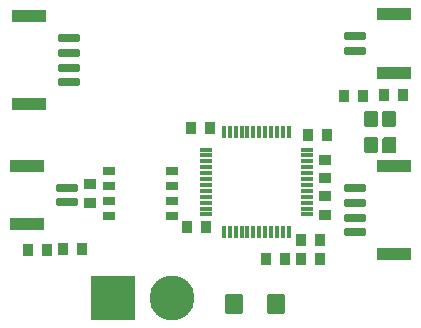
<source format=gbr>
%TF.GenerationSoftware,KiCad,Pcbnew,(6.0.1)*%
%TF.CreationDate,2022-07-23T16:31:21+08:00*%
%TF.ProjectId,IMU_base_V7,494d555f-6261-4736-955f-56372e6b6963,rev?*%
%TF.SameCoordinates,Original*%
%TF.FileFunction,Soldermask,Top*%
%TF.FilePolarity,Negative*%
%FSLAX46Y46*%
G04 Gerber Fmt 4.6, Leading zero omitted, Abs format (unit mm)*
G04 Created by KiCad (PCBNEW (6.0.1)) date 2022-07-23 16:31:21*
%MOMM*%
%LPD*%
G01*
G04 APERTURE LIST*
G04 Aperture macros list*
%AMRoundRect*
0 Rectangle with rounded corners*
0 $1 Rounding radius*
0 $2 $3 $4 $5 $6 $7 $8 $9 X,Y pos of 4 corners*
0 Add a 4 corners polygon primitive as box body*
4,1,4,$2,$3,$4,$5,$6,$7,$8,$9,$2,$3,0*
0 Add four circle primitives for the rounded corners*
1,1,$1+$1,$2,$3*
1,1,$1+$1,$4,$5*
1,1,$1+$1,$6,$7*
1,1,$1+$1,$8,$9*
0 Add four rect primitives between the rounded corners*
20,1,$1+$1,$2,$3,$4,$5,0*
20,1,$1+$1,$4,$5,$6,$7,0*
20,1,$1+$1,$6,$7,$8,$9,0*
20,1,$1+$1,$8,$9,$2,$3,0*%
%AMFreePoly0*
4,1,35,0.475355,0.560355,0.685355,0.350355,0.700000,0.315000,0.700000,-0.472500,0.699039,-0.482254,0.695043,-0.502345,0.687577,-0.520370,0.676196,-0.537402,0.662402,-0.551196,0.645370,-0.562577,0.627345,-0.570043,0.607254,-0.574039,0.597500,-0.575000,-0.597500,-0.575000,-0.607254,-0.574039,-0.627345,-0.570043,-0.645370,-0.562577,-0.662402,-0.551196,-0.676196,-0.537402,-0.687577,-0.520370,
-0.695043,-0.502345,-0.699039,-0.482254,-0.700000,-0.472500,-0.700000,0.472500,-0.699039,0.482254,-0.695043,0.502345,-0.687577,0.520370,-0.676196,0.537402,-0.662402,0.551196,-0.645370,0.562577,-0.627345,0.570043,-0.607254,0.574039,-0.597500,0.575000,0.440000,0.575000,0.475355,0.560355,0.475355,0.560355,$1*%
G04 Aperture macros list end*
%ADD10RoundRect,0.080000X0.470000X0.270000X-0.470000X0.270000X-0.470000X-0.270000X0.470000X-0.270000X0*%
%ADD11RoundRect,0.090000X-0.360000X0.460000X-0.360000X-0.460000X0.360000X-0.460000X0.360000X0.460000X0*%
%ADD12RoundRect,0.080000X-0.820000X-0.270000X0.820000X-0.270000X0.820000X0.270000X-0.820000X0.270000X0*%
%ADD13RoundRect,0.100000X-1.350000X-0.450000X1.350000X-0.450000X1.350000X0.450000X-1.350000X0.450000X0*%
%ADD14RoundRect,0.090000X-0.460000X-0.360000X0.460000X-0.360000X0.460000X0.360000X-0.460000X0.360000X0*%
%ADD15RoundRect,0.090000X0.360000X-0.460000X0.360000X0.460000X-0.360000X0.460000X-0.360000X-0.460000X0*%
%ADD16RoundRect,0.120000X0.630000X0.730000X-0.630000X0.730000X-0.630000X-0.730000X0.630000X-0.730000X0*%
%ADD17RoundRect,0.080000X0.820000X0.270000X-0.820000X0.270000X-0.820000X-0.270000X0.820000X-0.270000X0*%
%ADD18RoundRect,0.100000X1.350000X0.450000X-1.350000X0.450000X-1.350000X-0.450000X1.350000X-0.450000X0*%
%ADD19R,3.800000X3.800000*%
%ADD20C,3.800000*%
%ADD21RoundRect,0.102500X0.472500X-0.597500X0.472500X0.597500X-0.472500X0.597500X-0.472500X-0.597500X0*%
%ADD22FreePoly0,90.000000*%
%ADD23RoundRect,0.090000X0.460000X0.360000X-0.460000X0.360000X-0.460000X-0.360000X0.460000X-0.360000X0*%
%ADD24RoundRect,0.065000X0.410000X0.135000X-0.410000X0.135000X-0.410000X-0.135000X0.410000X-0.135000X0*%
%ADD25RoundRect,0.065000X-0.135000X0.410000X-0.135000X-0.410000X0.135000X-0.410000X0.135000X0.410000X0*%
G04 APERTURE END LIST*
D10*
%TO.C,U4*%
X105400000Y-79210000D03*
X105400000Y-77940000D03*
X105400000Y-76670000D03*
X105400000Y-75400000D03*
X110800000Y-75400000D03*
X110800000Y-76670000D03*
X110800000Y-77940000D03*
X110800000Y-79210000D03*
%TD*%
D11*
%TO.C,C5*%
X123900000Y-72300000D03*
X122300000Y-72300000D03*
%TD*%
%TO.C,D3*%
X130350000Y-68950000D03*
X128750000Y-68950000D03*
%TD*%
%TO.C,C2*%
X113600000Y-80100000D03*
X112000000Y-80100000D03*
%TD*%
D12*
%TO.C,J4*%
X126250000Y-76825000D03*
X126250000Y-78075000D03*
X126250000Y-79325000D03*
X126250000Y-80575000D03*
D13*
X129600000Y-82425000D03*
X129600000Y-74975000D03*
%TD*%
D14*
%TO.C,R8*%
X103800000Y-78100000D03*
X103800000Y-76500000D03*
%TD*%
D11*
%TO.C,R7*%
X126900000Y-69000000D03*
X125300000Y-69000000D03*
%TD*%
D15*
%TO.C,C6*%
X121700000Y-81200000D03*
X123300000Y-81200000D03*
%TD*%
D12*
%TO.C,J3*%
X126250000Y-63950000D03*
X126250000Y-65200000D03*
D13*
X129600000Y-67050000D03*
X129600000Y-62100000D03*
%TD*%
D15*
%TO.C,C1*%
X121700000Y-82800000D03*
X123300000Y-82800000D03*
%TD*%
D16*
%TO.C,SW1*%
X119550000Y-86600000D03*
X116050000Y-86600000D03*
%TD*%
D15*
%TO.C,R4*%
X118700000Y-82800000D03*
X120300000Y-82800000D03*
%TD*%
D17*
%TO.C,SW*%
X102000000Y-67875000D03*
X102000000Y-66625000D03*
X102000000Y-65375000D03*
X102000000Y-64125000D03*
D18*
X98650000Y-62275000D03*
X98650000Y-69725000D03*
%TD*%
D19*
%TO.C,+*%
X105800000Y-86100000D03*
D20*
X110800000Y-86100000D03*
%TD*%
D21*
%TO.C,X1*%
X127600000Y-73200000D03*
X127600000Y-71000000D03*
X129150000Y-71000000D03*
D22*
X129150000Y-73200000D03*
%TD*%
D14*
%TO.C,C15*%
X123700000Y-74400000D03*
X123700000Y-76000000D03*
%TD*%
D15*
%TO.C,D2*%
X98550000Y-82050000D03*
X100150000Y-82050000D03*
%TD*%
%TO.C,R2*%
X101550000Y-82000000D03*
X103150000Y-82000000D03*
%TD*%
D11*
%TO.C,C4*%
X114000000Y-71700000D03*
X112400000Y-71700000D03*
%TD*%
D17*
%TO.C,CAN*%
X101850000Y-78025000D03*
X101850000Y-76775000D03*
D18*
X98500000Y-79875000D03*
X98500000Y-74925000D03*
%TD*%
D23*
%TO.C,C14*%
X123700000Y-77500000D03*
X123700000Y-79100000D03*
%TD*%
D24*
%TO.C,U2*%
X122150000Y-79050000D03*
X122150000Y-78550000D03*
X122150000Y-78050000D03*
X122150000Y-77550000D03*
X122150000Y-77050000D03*
X122150000Y-76550000D03*
X122150000Y-76050000D03*
X122150000Y-75550000D03*
X122150000Y-75050000D03*
X122150000Y-74550000D03*
X122150000Y-74050000D03*
X122150000Y-73550000D03*
D25*
X120650000Y-72050000D03*
X120150000Y-72050000D03*
X119650000Y-72050000D03*
X119150000Y-72050000D03*
X118650000Y-72050000D03*
X118150000Y-72050000D03*
X117650000Y-72050000D03*
X117150000Y-72050000D03*
X116650000Y-72050000D03*
X116150000Y-72050000D03*
X115650000Y-72050000D03*
X115150000Y-72050000D03*
D24*
X113650000Y-73550000D03*
X113650000Y-74050000D03*
X113650000Y-74550000D03*
X113650000Y-75050000D03*
X113650000Y-75550000D03*
X113650000Y-76050000D03*
X113650000Y-76550000D03*
X113650000Y-77050000D03*
X113650000Y-77550000D03*
X113650000Y-78050000D03*
X113650000Y-78550000D03*
X113650000Y-79050000D03*
D25*
X115150000Y-80550000D03*
X115650000Y-80550000D03*
X116150000Y-80550000D03*
X116650000Y-80550000D03*
X117150000Y-80550000D03*
X117650000Y-80550000D03*
X118150000Y-80550000D03*
X118650000Y-80550000D03*
X119150000Y-80550000D03*
X119650000Y-80550000D03*
X120150000Y-80550000D03*
X120650000Y-80550000D03*
%TD*%
M02*

</source>
